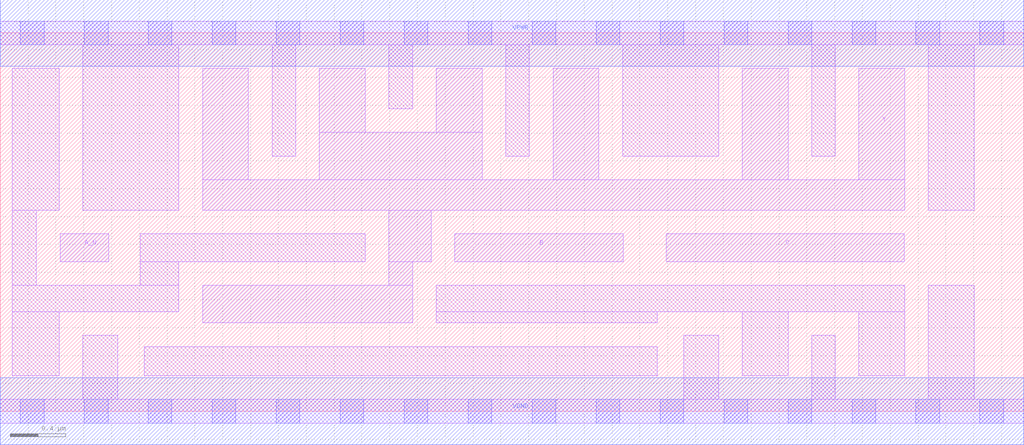
<source format=lef>
# Copyright 2020 The SkyWater PDK Authors
#
# Licensed under the Apache License, Version 2.0 (the "License");
# you may not use this file except in compliance with the License.
# You may obtain a copy of the License at
#
#     https://www.apache.org/licenses/LICENSE-2.0
#
# Unless required by applicable law or agreed to in writing, software
# distributed under the License is distributed on an "AS IS" BASIS,
# WITHOUT WARRANTIES OR CONDITIONS OF ANY KIND, either express or implied.
# See the License for the specific language governing permissions and
# limitations under the License.
#
# SPDX-License-Identifier: Apache-2.0

VERSION 5.7 ;
  NOWIREEXTENSIONATPIN ON ;
  DIVIDERCHAR "/" ;
  BUSBITCHARS "[]" ;
UNITS
  DATABASE MICRONS 200 ;
END UNITS
MACRO sky130_fd_sc_hd__nand3b_4
  CLASS CORE ;
  FOREIGN sky130_fd_sc_hd__nand3b_4 ;
  ORIGIN  0.000000  0.000000 ;
  SIZE  7.360000 BY  2.720000 ;
  SYMMETRY X Y R90 ;
  SITE unithd ;
  PIN A_N
    ANTENNAGATEAREA  0.247500 ;
    DIRECTION INPUT ;
    USE SIGNAL ;
    PORT
      LAYER li1 ;
        RECT 0.430000 1.075000 0.780000 1.275000 ;
    END
  END A_N
  PIN B
    ANTENNAGATEAREA  0.990000 ;
    DIRECTION INPUT ;
    USE SIGNAL ;
    PORT
      LAYER li1 ;
        RECT 3.270000 1.075000 4.480000 1.275000 ;
    END
  END B
  PIN C
    ANTENNAGATEAREA  0.990000 ;
    DIRECTION INPUT ;
    USE SIGNAL ;
    PORT
      LAYER li1 ;
        RECT 4.790000 1.075000 6.500000 1.275000 ;
    END
  END C
  PIN Y
    ANTENNADIFFAREA  1.971000 ;
    DIRECTION OUTPUT ;
    USE SIGNAL ;
    PORT
      LAYER li1 ;
        RECT 1.455000 0.635000 2.965000 0.905000 ;
        RECT 1.455000 1.445000 6.505000 1.665000 ;
        RECT 1.455000 1.665000 1.785000 2.465000 ;
        RECT 2.295000 1.665000 3.465000 2.005000 ;
        RECT 2.295000 2.005000 2.625000 2.465000 ;
        RECT 2.795000 0.905000 2.965000 1.075000 ;
        RECT 2.795000 1.075000 3.100000 1.445000 ;
        RECT 3.135000 2.005000 3.465000 2.465000 ;
        RECT 3.975000 1.665000 4.305000 2.465000 ;
        RECT 5.335000 1.665000 5.665000 2.465000 ;
        RECT 6.175000 1.665000 6.505000 2.465000 ;
    END
  END Y
  PIN VGND
    DIRECTION INOUT ;
    SHAPE ABUTMENT ;
    USE GROUND ;
    PORT
      LAYER met1 ;
        RECT 0.000000 -0.240000 7.360000 0.240000 ;
    END
  END VGND
  PIN VPWR
    DIRECTION INOUT ;
    SHAPE ABUTMENT ;
    USE POWER ;
    PORT
      LAYER met1 ;
        RECT 0.000000 2.480000 7.360000 2.960000 ;
    END
  END VPWR
  OBS
    LAYER li1 ;
      RECT 0.000000 -0.085000 7.360000 0.085000 ;
      RECT 0.000000  2.635000 7.360000 2.805000 ;
      RECT 0.085000  0.255000 0.425000 0.715000 ;
      RECT 0.085000  0.715000 1.285000 0.905000 ;
      RECT 0.085000  0.905000 0.260000 1.445000 ;
      RECT 0.085000  1.445000 0.425000 2.465000 ;
      RECT 0.595000  0.085000 0.845000 0.545000 ;
      RECT 0.595000  1.445000 1.285000 2.635000 ;
      RECT 1.005000  0.905000 1.285000 1.075000 ;
      RECT 1.005000  1.075000 2.625000 1.275000 ;
      RECT 1.035000  0.255000 4.725000 0.465000 ;
      RECT 1.955000  1.835000 2.125000 2.635000 ;
      RECT 2.795000  2.175000 2.965000 2.635000 ;
      RECT 3.135000  0.635000 4.725000 0.715000 ;
      RECT 3.135000  0.715000 6.505000 0.905000 ;
      RECT 3.635000  1.835000 3.805000 2.635000 ;
      RECT 4.475000  1.835000 5.165000 2.635000 ;
      RECT 4.915000  0.085000 5.165000 0.545000 ;
      RECT 5.335000  0.255000 5.665000 0.715000 ;
      RECT 5.835000  0.085000 6.005000 0.545000 ;
      RECT 5.835000  1.835000 6.005000 2.635000 ;
      RECT 6.175000  0.255000 6.505000 0.715000 ;
      RECT 6.675000  0.085000 7.005000 0.905000 ;
      RECT 6.675000  1.445000 7.005000 2.635000 ;
    LAYER mcon ;
      RECT 0.145000 -0.085000 0.315000 0.085000 ;
      RECT 0.145000  2.635000 0.315000 2.805000 ;
      RECT 0.605000 -0.085000 0.775000 0.085000 ;
      RECT 0.605000  2.635000 0.775000 2.805000 ;
      RECT 1.065000 -0.085000 1.235000 0.085000 ;
      RECT 1.065000  2.635000 1.235000 2.805000 ;
      RECT 1.525000 -0.085000 1.695000 0.085000 ;
      RECT 1.525000  2.635000 1.695000 2.805000 ;
      RECT 1.985000 -0.085000 2.155000 0.085000 ;
      RECT 1.985000  2.635000 2.155000 2.805000 ;
      RECT 2.445000 -0.085000 2.615000 0.085000 ;
      RECT 2.445000  2.635000 2.615000 2.805000 ;
      RECT 2.905000 -0.085000 3.075000 0.085000 ;
      RECT 2.905000  2.635000 3.075000 2.805000 ;
      RECT 3.365000 -0.085000 3.535000 0.085000 ;
      RECT 3.365000  2.635000 3.535000 2.805000 ;
      RECT 3.825000 -0.085000 3.995000 0.085000 ;
      RECT 3.825000  2.635000 3.995000 2.805000 ;
      RECT 4.285000 -0.085000 4.455000 0.085000 ;
      RECT 4.285000  2.635000 4.455000 2.805000 ;
      RECT 4.745000 -0.085000 4.915000 0.085000 ;
      RECT 4.745000  2.635000 4.915000 2.805000 ;
      RECT 5.205000 -0.085000 5.375000 0.085000 ;
      RECT 5.205000  2.635000 5.375000 2.805000 ;
      RECT 5.665000 -0.085000 5.835000 0.085000 ;
      RECT 5.665000  2.635000 5.835000 2.805000 ;
      RECT 6.125000 -0.085000 6.295000 0.085000 ;
      RECT 6.125000  2.635000 6.295000 2.805000 ;
      RECT 6.585000 -0.085000 6.755000 0.085000 ;
      RECT 6.585000  2.635000 6.755000 2.805000 ;
      RECT 7.045000 -0.085000 7.215000 0.085000 ;
      RECT 7.045000  2.635000 7.215000 2.805000 ;
  END
END sky130_fd_sc_hd__nand3b_4
END LIBRARY

</source>
